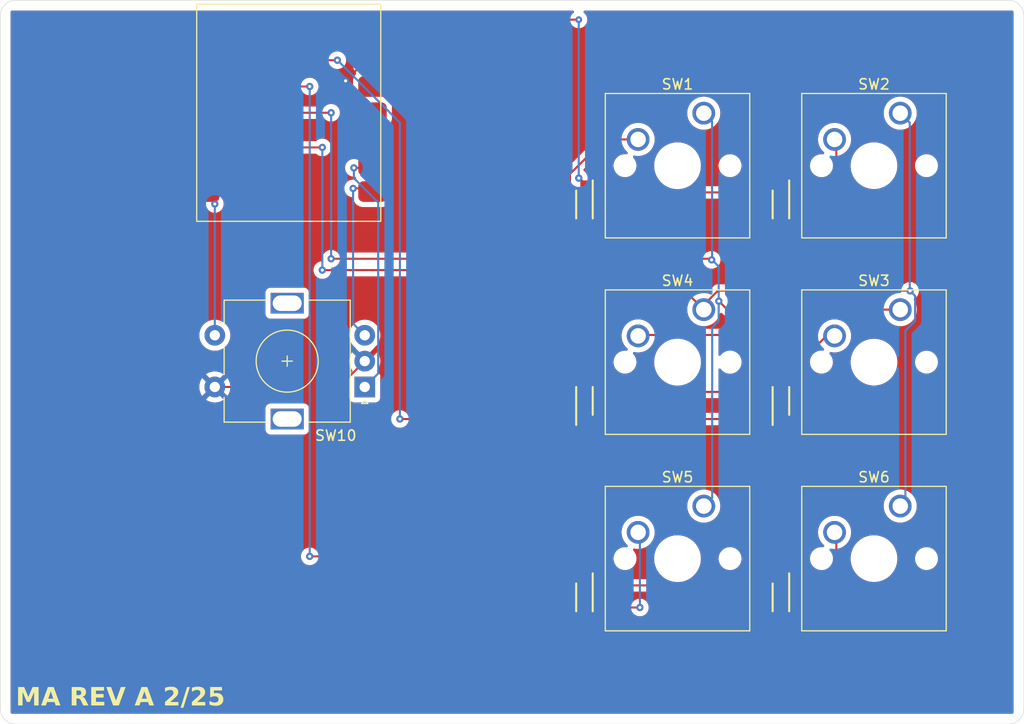
<source format=kicad_pcb>
(kicad_pcb (version 20241228) (generator "pcbnew") (generator_version "9.0")
  (layers (0 "F.Cu" signal) (2 "B.Cu" signal) (13 "F.Paste" user) (15 "B.Paste" user) (5 "F.SilkS" user "F.Silkscreen") (7 "B.SilkS" user "B.Silkscreen") (1 "F.Mask" user) (3 "B.Mask" user) (25 "Edge.Cuts" user))
  (net 0 "")
  (net 1 "/ROW0")
  (net 2 "Net-(D1-A)")
  (net 3 "Net-(D2-A)")
  (net 4 "Net-(D3-A)")
  (net 5 "/ROW1")
  (net 6 "Net-(D4-A)")
  (net 7 "Net-(D5-A)")
  (net 8 "Net-(D6-A)")
  (net 9 "/ROW2")
  (net 10 "/COL0")
  (net 11 "/COL1")
  (net 12 "/COL2")
  (net 13 "/E_A")
  (net 14 "GND")
  (net 15 "/E_B")
  (net 16 "+5V")
  (net 20 "/E_SW")
  (footprint "MMSD4148T1G:SOD3716X135N" (layer "F.Cu") (at 158 80.75 -90)
    (property "Reference" "D1" (hide yes))
    (property "Value" "D" (hide yes))
    (fp_line (start -1.345 0.8) (end 1.345 0.8) (stroke (width 0.2)) (layer "F.SilkS"))
    (fp_line (start -2.325 -0.8) (end 1.345 -0.8) (stroke (width 0.2)) (layer "F.SilkS"))
    (pad "1" smd rect (at -1.75 0) (size 0.8 1.15) (layers "F.Cu" "F.Mask" "F.Paste") (net 1 "/ROW0"))
    (pad "2" smd rect (at 1.75 0) (size 0.8 1.15) (layers "F.Cu" "F.Mask" "F.Paste") (net 2 "Net-(D1-A)"))
  )
  (footprint "MMSD4148T1G:SOD3716X135N" (layer "F.Cu") (at 177 118.75 -90)
    (property "Reference" "D6" (hide yes))
    (property "Value" "D" (hide yes))
    (fp_line (start -1.345 0.8) (end 1.345 0.8) (stroke (width 0.2)) (layer "F.SilkS"))
    (fp_line (start -2.325 -0.8) (end 1.345 -0.8) (stroke (width 0.2)) (layer "F.SilkS"))
    (pad "1" smd rect (at -1.75 0) (size 0.8 1.15) (layers "F.Cu" "F.Mask" "F.Paste") (net 9 "/ROW2"))
    (pad "2" smd rect (at 1.75 0) (size 0.8 1.15) (layers "F.Cu" "F.Mask" "F.Paste") (net 8 "Net-(D6-A)"))
  )
  (footprint "MMSD4148T1G:SOD3716X135N" (layer "F.Cu") (at 177 99.75 90)
    (property "Reference" "D4" (hide yes))
    (property "Value" "D" (hide yes))
    (fp_line (start -2.325 -0.8) (end 1.345 -0.8) (stroke (width 0.2)) (layer "F.SilkS"))
    (fp_line (start -1.345 0.8) (end 1.345 0.8) (stroke (width 0.2)) (layer "F.SilkS"))
    (pad "1" smd rect (at -1.75 0 180) (size 0.8 1.15) (layers "F.Cu" "F.Mask" "F.Paste") (net 5 "/ROW1"))
    (pad "2" smd rect (at 1.75 0 180) (size 0.8 1.15) (layers "F.Cu" "F.Mask" "F.Paste") (net 6 "Net-(D4-A)"))
  )
  (footprint "Button_Switch_Keyboard:SW_Cherry_MX_1.00u_PCB" (layer "F.Cu") (at 169.54 109.92)
    (property "Reference" "SW5" (at -2.54 -2.794 0) (layer "F.SilkS"))
    (property "Value" "SW_Push_45deg")
    (fp_line (start -9.525 -1.905) (end 4.445 -1.905) (stroke (width 0.12)) (layer "F.SilkS"))
    (fp_line (start -9.525 12.065) (end -9.525 -1.905) (stroke (width 0.12)) (layer "F.SilkS"))
    (fp_line (start 4.445 -1.905) (end 4.445 12.065) (stroke (width 0.12)) (layer "F.SilkS"))
    (fp_line (start 4.445 12.065) (end -9.525 12.065) (stroke (width 0.12)) (layer "F.SilkS"))
    (pad "" np_thru_hole circle (at -7.62 5.08) (size 1.7 1.7) (drill 1.7) (layers "*.Cu" "*.Mask"))
    (pad "" np_thru_hole circle (at -2.54 5.08) (size 4 4) (drill 4) (layers "*.Cu" "*.Mask"))
    (pad "" np_thru_hole circle (at 2.54 5.08) (size 1.7 1.7) (drill 1.7) (layers "*.Cu" "*.Mask"))
    (pad "1" thru_hole circle (at 0 0) (size 2.2 2.2) (drill 1.5) (layers "*.Cu" "*.Mask") (net 10 "/COL0"))
    (pad "2" thru_hole circle (at -6.35 2.54) (size 2.2 2.2) (drill 1.5) (layers "*.Cu" "*.Mask") (net 7 "Net-(D5-A)"))
  )
  (footprint "MMSD4148T1G:SOD3716X135N" (layer "F.Cu") (at 158 118.75 -90)
    (property "Reference" "D5" (hide yes))
    (property "Value" "D" (hide yes))
    (fp_line (start -1.345 0.8) (end 1.345 0.8) (stroke (width 0.2)) (layer "F.SilkS"))
    (fp_line (start -2.325 -0.8) (end 1.345 -0.8) (stroke (width 0.2)) (layer "F.SilkS"))
    (pad "1" smd rect (at -1.75 0) (size 0.8 1.15) (layers "F.Cu" "F.Mask" "F.Paste") (net 9 "/ROW2"))
    (pad "2" smd rect (at 1.75 0) (size 0.8 1.15) (layers "F.Cu" "F.Mask" "F.Paste") (net 7 "Net-(D5-A)"))
  )
  (footprint "Rotary_Encoder:RotaryEncoder_Alps_EC11E-Switch_Vertical_H20mm" (layer "F.Cu") (at 136.75 98.4 180)
    (property "Reference" "SW10" (at 2.8 -4.7 0) (layer "F.SilkS"))
    (property "Value" "RotaryEncoder_Switch")
    (fp_line (start 13.6 8.4) (end 9.5 8.4) (stroke (width 0.12)) (layer "F.SilkS"))
    (fp_line (start 13.6 6) (end 13.6 8.4) (stroke (width 0.12)) (layer "F.SilkS"))
    (fp_line (start 13.6 1.2) (end 13.6 3.8) (stroke (width 0.12)) (layer "F.SilkS"))
    (fp_line (start 13.6 -3.4) (end 13.6 -1) (stroke (width 0.12)) (layer "F.SilkS"))
    (fp_line (start 9.5 -3.4) (end 13.6 -3.4) (stroke (width 0.12)) (layer "F.SilkS"))
    (fp_line (start 7.5 2) (end 7.5 3) (stroke (width 0.12)) (layer "F.SilkS"))
    (fp_line (start 7 2.5) (end 8 2.5) (stroke (width 0.12)) (layer "F.SilkS"))
    (fp_line (start 5.5 8.4) (end 1.4 8.4) (stroke (width 0.12)) (layer "F.SilkS"))
    (fp_line (start 5.5 -3.4) (end 1.4 -3.4) (stroke (width 0.12)) (layer "F.SilkS"))
    (fp_line (start 1.4 -3.4) (end 1.4 8.4) (stroke (width 0.12)) (layer "F.SilkS"))
    (fp_line (start 0.3 -1.6) (end 0 -1.3) (stroke (width 0.12)) (layer "F.SilkS"))
    (fp_line (start 0 -1.3) (end -0.3 -1.6) (stroke (width 0.12)) (layer "F.SilkS"))
    (fp_line (start -0.3 -1.6) (end 0.3 -1.6) (stroke (width 0.12)) (layer "F.SilkS"))
    (fp_circle (center 7.5 2.5) (end 10.5 2.5) (stroke (width 0.12)) (fill no) (layer "F.SilkS"))
    (pad "A" thru_hole rect (at 0 0 180) (size 2 2) (drill 1) (layers "*.Cu" "*.Mask") (net 13 "/E_A"))
    (pad "B" thru_hole circle (at 0 5 180) (size 2 2) (drill 1) (layers "*.Cu" "*.Mask") (net 15 "/E_B"))
    (pad "C" thru_hole circle (at 0 2.5 180) (size 2 2) (drill 1) (layers "*.Cu" "*.Mask") (net 14 "GND"))
    (pad "MP" thru_hole rect (at 7.5 -3.1 180) (size 3.2 2) (drill oval 2.8 1.5) (layers "*.Cu" "*.Mask"))
    (pad "MP" thru_hole rect (at 7.5 8.1 180) (size 3.2 2) (drill oval 2.8 1.5) (layers "*.Cu" "*.Mask"))
    (pad "S1" thru_hole circle (at 14.5 5 180) (size 2 2) (drill 1) (layers "*.Cu" "*.Mask") (net 20 "/E_SW"))
    (pad "S2" thru_hole circle (at 14.5 0 180) (size 2 2) (drill 1) (layers "*.Cu" "*.Mask") (net 14 "GND"))
  )
  (footprint "MMSD4148T1G:SOD3716X135N" (layer "F.Cu") (at 158 99.75 90)
    (property "Reference" "D3" (hide yes))
    (property "Value" "D" (hide yes))
    (fp_line (start -2.325 -0.8) (end 1.345 -0.8) (stroke (width 0.2)) (layer "F.SilkS"))
    (fp_line (start -1.345 0.8) (end 1.345 0.8) (stroke (width 0.2)) (layer "F.SilkS"))
    (pad "1" smd rect (at -1.75 0 180) (size 0.8 1.15) (layers "F.Cu" "F.Mask" "F.Paste") (net 5 "/ROW1"))
    (pad "2" smd rect (at 1.75 0 180) (size 0.8 1.15) (layers "F.Cu" "F.Mask" "F.Paste") (net 4 "Net-(D3-A)"))
  )
  (footprint "Button_Switch_Keyboard:SW_Cherry_MX_1.00u_PCB" (layer "F.Cu") (at 188.54 71.92)
    (property "Reference" "SW2" (at -2.54 -2.794 0) (layer "F.SilkS"))
    (property "Value" "SW_Push_45deg")
    (fp_line (start -9.525 -1.905) (end 4.445 -1.905) (stroke (width 0.12)) (layer "F.SilkS"))
    (fp_line (start -9.525 12.065) (end -9.525 -1.905) (stroke (width 0.12)) (layer "F.SilkS"))
    (fp_line (start 4.445 -1.905) (end 4.445 12.065) (stroke (width 0.12)) (layer "F.SilkS"))
    (fp_line (start 4.445 12.065) (end -9.525 12.065) (stroke (width 0.12)) (layer "F.SilkS"))
    (pad "" np_thru_hole circle (at -7.62 5.08) (size 1.7 1.7) (drill 1.7) (layers "*.Cu" "*.Mask"))
    (pad "" np_thru_hole circle (at -2.54 5.08) (size 4 4) (drill 4) (layers "*.Cu" "*.Mask"))
    (pad "" np_thru_hole circle (at 2.54 5.08) (size 1.7 1.7) (drill 1.7) (layers "*.Cu" "*.Mask"))
    (pad "1" thru_hole circle (at 0 0) (size 2.2 2.2) (drill 1.5) (layers "*.Cu" "*.Mask") (net 11 "/COL1"))
    (pad "2" thru_hole circle (at -6.35 2.54) (size 2.2 2.2) (drill 1.5) (layers "*.Cu" "*.Mask") (net 3 "Net-(D2-A)"))
  )
  (footprint "Button_Switch_Keyboard:SW_Cherry_MX_1.00u_PCB" (layer "F.Cu") (at 188.54 90.92)
    (property "Reference" "SW3" (at -2.54 -2.794 0) (layer "F.SilkS"))
    (property "Value" "SW_Push_45deg")
    (fp_line (start -9.525 -1.905) (end 4.445 -1.905) (stroke (width 0.12)) (layer "F.SilkS"))
    (fp_line (start -9.525 12.065) (end -9.525 -1.905) (stroke (width 0.12)) (layer "F.SilkS"))
    (fp_line (start 4.445 -1.905) (end 4.445 12.065) (stroke (width 0.12)) (layer "F.SilkS"))
    (fp_line (start 4.445 12.065) (end -9.525 12.065) (stroke (width 0.12)) (layer "F.SilkS"))
    (pad "" np_thru_hole circle (at -7.62 5.08) (size 1.7 1.7) (drill 1.7) (layers "*.Cu" "*.Mask"))
    (pad "" np_thru_hole circle (at -2.54 5.08) (size 4 4) (drill 4) (layers "*.Cu" "*.Mask"))
    (pad "" np_thru_hole circle (at 2.54 5.08) (size 1.7 1.7) (drill 1.7) (layers "*.Cu" "*.Mask"))
    (pad "1" thru_hole circle (at 0 0) (size 2.2 2.2) (drill 1.5) (layers "*.Cu" "*.Mask") (net 10 "/COL0"))
    (pad "2" thru_hole circle (at -6.35 2.54) (size 2.2 2.2) (drill 1.5) (layers "*.Cu" "*.Mask") (net 4 "Net-(D3-A)"))
  )
  (footprint "Button_Switch_Keyboard:SW_Cherry_MX_1.00u_PCB" (layer "F.Cu") (at 169.54 90.92)
    (property "Reference" "SW4" (at -2.54 -2.794 0) (layer "F.SilkS"))
    (property "Value" "SW_Push_45deg")
    (fp_line (start -9.525 -1.905) (end 4.445 -1.905) (stroke (width 0.12)) (layer "F.SilkS"))
    (fp_line (start -9.525 12.065) (end -9.525 -1.905) (stroke (width 0.12)) (layer "F.SilkS"))
    (fp_line (start 4.445 -1.905) (end 4.445 12.065) (stroke (width 0.12)) (layer "F.SilkS"))
    (fp_line (start 4.445 12.065) (end -9.525 12.065) (stroke (width 0.12)) (layer "F.SilkS"))
    (pad "" np_thru_hole circle (at -7.62 5.08) (size 1.7 1.7) (drill 1.7) (layers "*.Cu" "*.Mask"))
    (pad "" np_thru_hole circle (at -2.54 5.08) (size 4 4) (drill 4) (layers "*.Cu" "*.Mask"))
    (pad "" np_thru_hole circle (at 2.54 5.08) (size 1.7 1.7) (drill 1.7) (layers "*.Cu" "*.Mask"))
    (pad "1" thru_hole circle (at 0 0) (size 2.2 2.2) (drill 1.5) (layers "*.Cu" "*.Mask") (net 11 "/COL1"))
    (pad "2" thru_hole circle (at -6.35 2.54) (size 2.2 2.2) (drill 1.5) (layers "*.Cu" "*.Mask") (net 6 "Net-(D4-A)"))
  )
  (footprint "XIAO_RP2040:MOUDLE14P-SMD-2.54-21X17.8MM" (layer "F.Cu") (at 120.5 82.38)
    (property "Reference" "U1" (hide yes))
    (property "Value" "XIAO-RP2040")
    (fp_rect (start 0 -21) (end 17.8 0) (stroke (width 0.12)) (fill no) (layer "F.SilkS"))
    (pad "1" smd roundrect (at 0.835 -18.12) (size 2.75 2) (layers "F.Cu" "F.Mask" "F.Paste") (net 1 "/ROW0"))
    (pad "2" smd roundrect (at 0.835 -15.58) (size 2.75 2) (layers "F.Cu" "F.Mask" "F.Paste") (net 5 "/ROW1"))
    (pad "3" smd roundrect (at 0.835 -13.04) (size 2.75 2) (layers "F.Cu" "F.Mask" "F.Paste") (net 9 "/ROW2"))
    (pad "4" smd roundrect (at 0.835 -10.5) (size 2.75 2) (layers "F.Cu" "F.Mask" "F.Paste") (net 10 "/COL0"))
    (pad "5" smd roundrect (at 0.835 -7.96) (size 2.75 2) (layers "F.Cu" "F.Mask" "F.Paste") (net 11 "/COL1"))
    (pad "6" smd roundrect (at 0.835 -5.42) (size 2.75 2) (layers "F.Cu" "F.Mask" "F.Paste") (net 12 "/COL2"))
    (pad "7" smd roundrect (at 0.835 -2.88) (size 2.75 2) (layers "F.Cu" "F.Mask" "F.Paste") (net 20 "/E_SW"))
    (pad "8" smd roundrect (at 17 -2.88) (size 2.75 2) (layers "F.Cu" "F.Mask" "F.Paste") (net 15 "/E_B"))
    (pad "9" smd roundrect (at 17 -5.42) (size 2.75 2) (layers "F.Cu" "F.Mask" "F.Paste") (net 13 "/E_A"))
    (pad "10" smd roundrect (at 17 -7.96) (size 2.75 2) (layers "F.Cu" "F.Mask" "F.Paste"))
    (pad "11" smd roundrect (at 17 -10.5) (size 2.75 2) (layers "F.Cu" "F.Mask" "F.Paste"))
    (pad "12" smd roundrect (at 17 -13.04) (size 2.75 2) (layers "F.Cu" "F.Mask" "F.Paste"))
    (pad "13" smd roundrect (at 17 -15.58) (size 2.75 2) (layers "F.Cu" "F.Mask" "F.Paste") (net 14 "GND"))
    (pad "14" smd roundrect (at 17 -18.12) (size 2.75 2) (layers "F.Cu" "F.Mask" "F.Paste") (net 16 "+5V"))
  )
  (footprint "Button_Switch_Keyboard:SW_Cherry_MX_1.00u_PCB" (layer "F.Cu") (at 188.54 109.92)
    (property "Reference" "SW6" (at -2.54 -2.794 0) (layer "F.SilkS"))
    (property "Value" "SW_Push_45deg")
    (fp_line (start -9.525 -1.905) (end 4.445 -1.905) (stroke (width 0.12)) (layer "F.SilkS"))
    (fp_line (start -9.525 12.065) (end -9.525 -1.905) (stroke (width 0.12)) (layer "F.SilkS"))
    (fp_line (start 4.445 -1.905) (end 4.445 12.065) (stroke (width 0.12)) (layer "F.SilkS"))
    (fp_line (start 4.445 12.065) (end -9.525 12.065) (stroke (width 0.12)) (layer "F.SilkS"))
    (pad "" np_thru_hole circle (at -7.62 5.08) (size 1.7 1.7) (drill 1.7) (layers "*.Cu" "*.Mask"))
    (pad "" np_thru_hole circle (at -2.54 5.08) (size 4 4) (drill 4) (layers "*.Cu" "*.Mask"))
    (pad "" np_thru_hole circle (at 2.54 5.08) (size 1.7 1.7) (drill 1.7) (layers "*.Cu" "*.Mask"))
    (pad "1" thru_hole circle (at 0 0) (size 2.2 2.2) (drill 1.5) (layers "*.Cu" "*.Mask") (net 11 "/COL1"))
    (pad "2" thru_hole circle (at -6.35 2.54) (size 2.2 2.2) (drill 1.5) (layers "*.Cu" "*.Mask") (net 8 "Net-(D6-A)"))
  )
  (footprint "MMSD4148T1G:SOD3716X135N" (layer "F.Cu") (at 177 80.75 -90)
    (property "Reference" "D2" (hide yes))
    (property "Value" "D" (hide yes))
    (fp_line (start -1.345 0.8) (end 1.345 0.8) (stroke (width 0.2)) (layer "F.SilkS"))
    (fp_line (start -2.325 -0.8) (end 1.345 -0.8) (stroke (width 0.2)) (layer "F.SilkS"))
    (pad "1" smd rect (at -1.75 0) (size 0.8 1.15) (layers "F.Cu" "F.Mask" "F.Paste") (net 1 "/ROW0"))
    (pad "2" smd rect (at 1.75 0) (size 0.8 1.15) (layers "F.Cu" "F.Mask" "F.Paste") (net 3 "Net-(D2-A)"))
  )
  (footprint "Button_Switch_Keyboard:SW_Cherry_MX_1.00u_PCB" (layer "F.Cu") (at 169.54 71.92)
    (property "Reference" "SW1" (at -2.54 -2.794 0) (layer "F.SilkS"))
    (property "Value" "SW_Push_45deg")
    (fp_line (start -9.525 -1.905) (end 4.445 -1.905) (stroke (width 0.12)) (layer "F.SilkS"))
    (fp_line (start -9.525 12.065) (end -9.525 -1.905) (stroke (width 0.12)) (layer "F.SilkS"))
    (fp_line (start 4.445 -1.905) (end 4.445 12.065) (stroke (width 0.12)) (layer "F.SilkS"))
    (fp_line (start 4.445 12.065) (end -9.525 12.065) (stroke (width 0.12)) (layer "F.SilkS"))
    (pad "" np_thru_hole circle (at -7.62 5.08) (size 1.7 1.7) (drill 1.7) (layers "*.Cu" "*.Mask"))
    (pad "" np_thru_hole circle (at -2.54 5.08) (size 4 4) (drill 4) (layers "*.Cu" "*.Mask"))
    (pad "" np_thru_hole circle (at 2.54 5.08) (size 1.7 1.7) (drill 1.7) (layers "*.Cu" "*.Mask"))
    (pad "1" thru_hole circle (at 0 0) (size 2.2 2.2) (drill 1.5) (layers "*.Cu" "*.Mask") (net 10 "/COL0"))
    (pad "2" thru_hole circle (at -6.35 2.54) (size 2.2 2.2) (drill 1.5) (layers "*.Cu" "*.Mask") (net 2 "Net-(D1-A)"))
  )
  (gr_line (start 200.5 62.5) (end 200.5 129.5) (stroke (width 0.05)) (layer "Edge.Cuts"))
  (gr_line (start 103 61) (end 199 61) (stroke (width 0.05)) (layer "Edge.Cuts"))
  (gr_arc (start 200.5 129.5) (mid 200.06066 130.56066) (end 199 131) (stroke (width 0.05)) (layer "Edge.Cuts"))
  (gr_arc (start 103 131) (mid 101.93934 130.56066) (end 101.5 129.5) (stroke (width 0.05)) (layer "Edge.Cuts"))
  (gr_arc (start 101.5 62.5) (mid 101.93934 61.43934) (end 103 61) (stroke (width 0.05)) (layer "Edge.Cuts"))
  (gr_line (start 199 131) (end 103 131) (stroke (width 0.05)) (layer "Edge.Cuts"))
  (gr_line (start 101.5 129.5) (end 101.5 62.5) (stroke (width 0.05)) (layer "Edge.Cuts"))
  (gr_arc (start 199 61) (mid 200.06066 61.43934) (end 200.5 62.5) (stroke (width 0.05)) (layer "Edge.Cuts"))
  (gr_text "MA REV A 2/25" (at 103 129.5 0) (layer "F.SilkS") (effects (font (size 1.75 1.75) (thickness 0.2) (bold yes)) (justify left bottom)))
  (segment (start 158 79) (end 158.3035 79) (width 0.2) (layer "F.Cu") (net 1))
  (segment (start 158.3509 79) (end 158.7017 79) (width 0.2) (layer "F.Cu") (net 1))
  (segment (start 158.3035 79) (end 157.5266 78.2231) (width 0.2) (layer "F.Cu") (net 1))
  (segment (start 159.2857 79.584) (end 158.7017 79) (width 0.2) (layer "F.Cu") (net 1))
  (segment (start 176.2983 79) (end 175.7143 79.584) (width 0.2) (layer "F.Cu") (net 1))
  (segment (start 122.7181 62.8769) (end 157.448 62.8769) (width 0.2) (layer "F.Cu") (net 1))
  (segment (start 121.335 64.26) (end 122.7181 62.8769) (width 0.2) (layer "F.Cu") (net 1))
  (segment (start 157.5266 78.2231) (end 157.448 78.2231) (width 0.2) (layer "F.Cu") (net 1))
  (segment (start 177 79) (end 176.2983 79) (width 0.2) (layer "F.Cu") (net 1))
  (segment (start 175.7143 79.584) (end 159.2857 79.584) (width 0.2) (layer "F.Cu") (net 1))
  (segment (start 158.3509 79) (end 158.3035 79) (width 0.2) (layer "F.Cu") (net 1))
  (via (at 157.448 78.2) (size 0.7) (drill 0.3) (layers "F.Cu" "B.Cu") (net 1))
  (via (at 157.448 62.8769) (size 0.65) (drill 0.25) (layers "F.Cu" "B.Cu") (net 1))
  (segment (start 157.448 62.8769) (end 157.448 78.2) (width 0.2) (layer "B.Cu") (net 1))
  (segment (start 157.448 78.2) (end 157.448 78.2231) (width 0.2) (layer "B.Cu") (net 1))
  (segment (start 156.6 81.8017) (end 157.2983 82.5) (width 0.2) (layer "F.Cu") (net 2))
  (segment (start 156.6 77.8) (end 156.6 81.8017) (width 0.2) (layer "F.Cu") (net 2))
  (segment (start 163.19 74.46) (end 159.94 74.46) (width 0.2) (layer "F.Cu") (net 2))
  (segment (start 159.94 74.46) (end 156.6 77.8) (width 0.2) (layer "F.Cu") (net 2))
  (segment (start 157.2983 82.5) (end 158 82.5) (width 0.2) (layer "F.Cu") (net 2))
  (segment (start 182.19 74.46) (end 182.3613 74.6313) (width 0.2) (layer "F.Cu") (net 3))
  (segment (start 177 82.5) (end 177.7017 82.5) (width 0.2) (layer "F.Cu") (net 3))
  (segment (start 182.3613 74.6313) (end 182.3613 77.8404) (width 0.2) (layer "F.Cu") (net 3))
  (segment (start 182.3613 77.8404) (end 177.7017 82.5) (width 0.2) (layer "F.Cu") (net 3))
  (segment (start 178.5594 96.3091) (end 181.4085 93.46) (width 0.2) (layer "F.Cu") (net 4))
  (segment (start 158.7017 98) (end 159.5784 98.8767) (width 0.2) (layer "F.Cu") (net 4))
  (segment (start 178.5594 97.9186) (end 178.5594 96.3091) (width 0.2) (layer "F.Cu") (net 4))
  (segment (start 177.6013 98.8767) (end 178.5594 97.9186) (width 0.2) (layer "F.Cu") (net 4))
  (segment (start 159.5784 98.8767) (end 177.6013 98.8767) (width 0.2) (layer "F.Cu") (net 4))
  (segment (start 181.4085 93.46) (end 182.19 93.46) (width 0.2) (layer "F.Cu") (net 4))
  (segment (start 158 98) (end 158.7017 98) (width 0.2) (layer "F.Cu") (net 4))
  (segment (start 134.1 66.8) (end 121.335 66.8) (width 0.2) (layer "F.Cu") (net 5))
  (segment (start 158 101.5) (end 140.1504 101.5) (width 0.2) (layer "F.Cu") (net 5))
  (segment (start 177 101.5) (end 158 101.5) (width 0.2) (layer "F.Cu") (net 5))
  (segment (start 134.1128 66.8) (end 134.1 66.8) (width 0.2) (layer "F.Cu") (net 5))
  (via (at 134.1 66.8) (size 0.7) (drill 0.3) (layers "F.Cu" "B.Cu") (net 5))
  (via (at 140.1504 101.5) (size 0.7) (drill 0.3) (layers "F.Cu" "B.Cu") (net 5))
  (segment (start 140.1504 101.5) (end 140.1504 72.8376) (width 0.2) (layer "B.Cu") (net 5))
  (segment (start 140.1504 72.8376) (end 134.1128 66.8) (width 0.2) (layer "B.Cu") (net 5))
  (segment (start 176.2983 98) (end 171.669 93.3707) (width 0.2) (layer "F.Cu") (net 6))
  (segment (start 171.669 93.3707) (end 163.2793 93.3707) (width 0.2) (layer "F.Cu") (net 6))
  (segment (start 177 98) (end 176.2983 98) (width 0.2) (layer "F.Cu") (net 6))
  (segment (start 163.2793 93.3707) (end 163.19 93.46) (width 0.2) (layer "F.Cu") (net 6))
  (segment (start 159.4729 119.7288) (end 163.3612 119.7288) (width 0.2) (layer "F.Cu") (net 7))
  (segment (start 158.7017 120.5) (end 159.4729 119.7288) (width 0.2) (layer "F.Cu") (net 7))
  (segment (start 158 120.5) (end 158.7017 120.5) (width 0.2) (layer "F.Cu") (net 7))
  (via (at 163.3612 119.7288) (size 0.7) (drill 0.3) (layers "F.Cu" "B.Cu") (net 7))
  (segment (start 163.19 112.46) (end 163.3612 112.6312) (width 0.2) (layer "B.Cu") (net 7))
  (segment (start 163.3612 112.6312) (end 163.3612 119.7288) (width 0.2) (layer "B.Cu") (net 7))
  (segment (start 182.19 112.46) (end 182.3613 112.6313) (width 0.2) (layer "F.Cu") (net 8))
  (segment (start 182.3613 112.6313) (end 182.3613 115.8404) (width 0.2) (layer "F.Cu") (net 8))
  (segment (start 182.3613 115.8404) (end 177.7017 120.5) (width 0.2) (layer "F.Cu") (net 8))
  (segment (start 177 120.5) (end 177.7017 120.5) (width 0.2) (layer "F.Cu") (net 8))
  (segment (start 158 117) (end 157.2983 117) (width 0.2) (layer "F.Cu") (net 9))
  (segment (start 176.2983 117) (end 175.7071 117.5912) (width 0.2) (layer "F.Cu") (net 9))
  (segment (start 177 117) (end 176.2983 117) (width 0.2) (layer "F.Cu") (net 9))
  (segment (start 158.3509 117) (end 158 117) (width 0.2) (layer "F.Cu") (net 9))
  (segment (start 159.2929 117.5912) (end 158.7017 117) (width 0.2) (layer "F.Cu") (net 9))
  (segment (start 155.0831 114.7848) (end 157.2983 117) (width 0.2) (layer "F.Cu") (net 9))
  (segment (start 131.4274 114.7848) (end 155.0831 114.7848) (width 0.2) (layer "F.Cu") (net 9))
  (segment (start 121.335 69.34) (end 131.4274 69.34) (width 0.2) (layer "F.Cu") (net 9))
  (segment (start 158.3509 117) (end 158.7017 117) (width 0.2) (layer "F.Cu") (net 9))
  (segment (start 175.7071 117.5912) (end 159.2929 117.5912) (width 0.2) (layer "F.Cu") (net 9))
  (via (at 131.4274 69.34) (size 0.7) (drill 0.3) (layers "F.Cu" "B.Cu") (net 9))
  (via (at 131.4274 114.7848) (size 0.7) (drill 0.3) (layers "F.Cu" "B.Cu") (net 9))
  (segment (start 131.4274 114.7848) (end 131.4274 69.34) (width 0.2) (layer "B.Cu") (net 9))
  (segment (start 170.9972 90.1028) (end 170.9831 90.0887) (width 0.2) (layer "F.Cu") (net 10))
  (segment (start 170.1904 86) (end 170.3 86.1096) (width 0.2) (layer "F.Cu") (net 10))
  (segment (start 133.5 71.88) (end 121.335 71.88) (width 0.2) (layer "F.Cu") (net 10))
  (segment (start 133.5 86) (end 170.1904 86) (width 0.2) (layer "F.Cu") (net 10))
  (segment (start 188.54 90.92) (end 171.8144 90.92) (width 0.2) (layer "F.Cu") (net 10))
  (segment (start 171.8144 90.92) (end 170.9972 90.1028) (width 0.2) (layer "F.Cu") (net 10))
  (segment (start 170.344 86.1096) (end 170.3 86.1096) (width 0.2) (layer "F.Cu") (net 10))
  (via (at 133.5 86) (size 0.7) (drill 0.3) (layers "F.Cu" "B.Cu") (net 10))
  (via (at 170.9972 90.1028) (size 0.7) (drill 0.3) (layers "F.Cu" "B.Cu") (net 10))
  (via (at 133.5 71.88) (size 0.7) (drill 0.3) (layers "F.Cu" "B.Cu") (net 10))
  (via (at 170.3 86.1096) (size 0.7) (drill 0.3) (layers "F.Cu" "B.Cu") (net 10))
  (segment (start 170.9831 90.0887) (end 170.9831 92.0069) (width 0.2) (layer "B.Cu") (net 10))
  (segment (start 170.344 72.724) (end 170.344 86.1096) (width 0.2) (layer "B.Cu") (net 10))
  (segment (start 170.3533 109.1067) (end 169.54 109.92) (width 0.2) (layer "B.Cu") (net 10))
  (segment (start 170.344 86.1096) (end 170.9831 86.7487) (width 0.2) (layer "B.Cu") (net 10))
  (segment (start 133.5 72) (end 133.5 86) (width 0.2) (layer "B.Cu") (net 10))
  (segment (start 170.9831 92.0069) (end 170.3533 92.6367) (width 0.2) (layer "B.Cu") (net 10))
  (segment (start 169.54 71.92) (end 170.344 72.724) (width 0.2) (layer "B.Cu") (net 10))
  (segment (start 170.3533 92.6367) (end 170.3533 109.1067) (width 0.2) (layer "B.Cu") (net 10))
  (segment (start 170.9831 86.7487) (end 170.9831 90.0887) (width 0.2) (layer "B.Cu") (net 10))
  (segment (start 170.924 89.076) (end 189.458 89.076) (width 0.2) (layer "F.Cu") (net 11))
  (segment (start 165.7184 87.0984) (end 132.648 87.0984) (width 0.2) (layer "F.Cu") (net 11))
  (segment (start 169.54 90.92) (end 169.54 90.46) (width 0.2) (layer "F.Cu") (net 11))
  (segment (start 122.1478 75.2328) (end 121.335 74.42) (width 0.2) (layer "F.Cu") (net 11))
  (segment (start 169.54 90.46) (end 170.924 89.076) (width 0.2) (layer "F.Cu") (net 11))
  (segment (start 132.648 75.2328) (end 122.1478 75.2328) (width 0.2) (layer "F.Cu") (net 11))
  (segment (start 169.54 90.92) (end 165.7184 87.0984) (width 0.2) (layer "F.Cu") (net 11))
  (via (at 132.648 75.2328) (size 0.7) (drill 0.3) (layers "F.Cu" "B.Cu") (net 11))
  (via (at 132.648 87.0984) (size 0.7) (drill 0.3) (layers "F.Cu" "B.Cu") (net 11))
  (via (at 189.491 89.109) (size 0.7) (drill 0.3) (layers "F.Cu" "B.Cu") (net 11))
  (segment (start 189.491 89.109) (end 189.9791 89.5971) (width 0.2) (layer "B.Cu") (net 11))
  (segment (start 189.9791 89.5971) (end 189.9791 92.0109) (width 0.2) (layer "B.Cu") (net 11))
  (segment (start 188.54 71.92) (end 189.458 72.838) (width 0.2) (layer "B.Cu") (net 11))
  (segment (start 189.458 72.838) (end 189.458 89.076) (width 0.2) (layer "B.Cu") (net 11))
  (segment (start 132.648 75.2328) (end 132.648 87.0984) (width 0.2) (layer "B.Cu") (net 11))
  (segment (start 189.9791 92.0109) (end 189.0367 92.9533) (width 0.2) (layer "B.Cu") (net 11))
  (segment (start 189.0367 109.4233) (end 188.54 109.92) (width 0.2) (layer "B.Cu") (net 11))
  (segment (start 189.0367 92.9533) (end 189.0367 109.4233) (width 0.2) (layer "B.Cu") (net 11))
  (segment (start 189.458 89.076) (end 189.491 89.109) (width 0.2) (layer "B.Cu") (net 11))
  (segment (start 137.2496 77.2104) (end 137.5 76.96) (width 0.2) (layer "F.Cu") (net 13))
  (segment (start 135.9209 77.2104) (end 137.2496 77.2104) (width 0.2) (layer "F.Cu") (net 13))
  (via (at 135.7 77.2104) (size 0.7) (drill 0.3) (layers "F.Cu" "B.Cu") (net 13))
  (segment (start 135.7 77.2104) (end 135.9209 77.2104) (width 0.2) (layer "B.Cu") (net 13))
  (segment (start 138.0517 80.5517) (end 138.0517 97.0983) (width 0.2) (layer "B.Cu") (net 13))
  (segment (start 135.7 77.2104) (end 135.7 78.2) (width 0.2) (layer "B.Cu") (net 13))
  (segment (start 135.7 78.2) (end 138.0517 80.5517) (width 0.2) (layer "B.Cu") (net 13))
  (segment (start 138.0517 97.0983) (end 136.75 98.4) (width 0.2) (layer "B.Cu") (net 13))
  (segment (start 137.5 66.8) (end 136.8947 66.8) (width 0.2) (layer "F.Cu") (net 14))
  (segment (start 134.25 98.4) (end 136.75 95.9) (width 0.2) (layer "F.Cu") (net 14))
  (segment (start 136.8947 66.8) (end 134.9 68.7947) (width 0.2) (layer "F.Cu") (net 14))
  (segment (start 122.25 98.4) (end 134.25 98.4) (width 0.2) (layer "F.Cu") (net 14))
  (via (at 134.9 68.7947) (size 0.7) (drill 0.3) (layers "F.Cu" "B.Cu") (net 14))
  (segment (start 134.5 93.65) (end 136.75 95.9) (width 0.2) (layer "B.Cu") (net 14))
  (segment (start 134.5 69.1947) (end 134.5 93.65) (width 0.2) (layer "B.Cu") (net 14))
  (segment (start 134.9 68.7947) (end 134.5 69.1947) (width 0.2) (layer "B.Cu") (net 14))
  (segment (start 135.624 79.188) (end 137.188 79.188) (width 0.2) (layer "F.Cu") (net 15))
  (segment (start 137.188 79.188) (end 137.5 79.5) (width 0.2) (layer "F.Cu") (net 15))
  (via (at 135.624 79.2) (size 0.7) (drill 0.3) (layers "F.Cu" "B.Cu") (net 15))
  (segment (start 135.624 92.274) (end 135.624 79.2) (width 0.2) (layer "B.Cu") (net 15))
  (segment (start 135.624 79.2) (end 135.624 79.188) (width 0.2) (layer "B.Cu") (net 15))
  (segment (start 136.75 93.4) (end 135.624 92.274) (width 0.2) (layer "B.Cu") (net 15))
  (segment (start 122.25 80.7) (end 122.25 80.7245) (width 0.2) (layer "F.Cu") (net 20))
  (segment (start 122.25 80.415) (end 122.25 80.7) (width 0.2) (layer "F.Cu") (net 20))
  (segment (start 121.335 79.5) (end 122.25 80.415) (width 0.2) (layer "F.Cu") (net 20))
  (via (at 122.25 80.7) (size 0.7) (drill 0.3) (layers "F.Cu" "B.Cu") (net 20))
  (segment (start 122.25 93.4) (end 122.25 80.7245) (width 0.2) (layer "B.Cu") (net 20))
  (zone (net 14) (net_name "GND") (layers "F&B.Cu") (connect_pads (clearance 0.5)) (min_thickness 0.25) (fill yes (thermal_gap 0.5) (thermal_bridge_width 0.5))
    (polygon (pts (xy 102.5 130) (xy 199.5 130) (xy 199.5 62) (xy 102.5 62)))
  )
)
</source>
